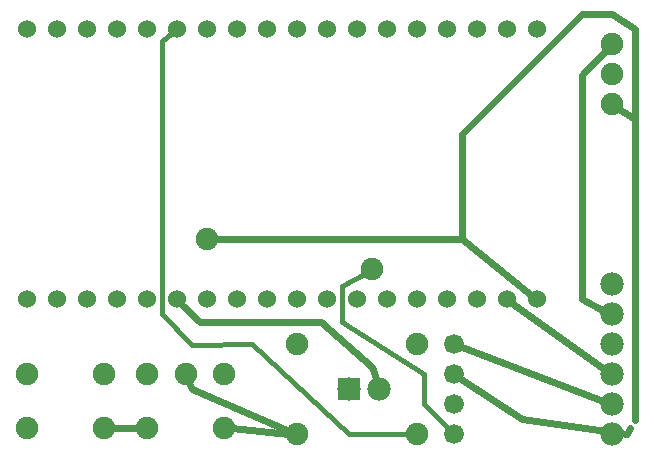
<source format=gbl>
G04 MADE WITH FRITZING*
G04 WWW.FRITZING.ORG*
G04 DOUBLE SIDED*
G04 HOLES PLATED*
G04 CONTOUR ON CENTER OF CONTOUR VECTOR*
%ASAXBY*%
%FSLAX23Y23*%
%MOIN*%
%OFA0B0*%
%SFA1.0B1.0*%
%ADD10C,0.075000*%
%ADD11C,0.078000*%
%ADD12C,0.075433*%
%ADD13C,0.060000*%
%ADD14C,0.066111*%
%ADD15R,0.078000X0.078000*%
%ADD16C,0.024000*%
%ADD17C,0.016000*%
%LNCOPPER0*%
G90*
G70*
G54D10*
X745Y100D03*
X489Y100D03*
X745Y277D03*
X489Y277D03*
X345Y100D03*
X89Y100D03*
X345Y277D03*
X89Y277D03*
X989Y377D03*
X1389Y377D03*
X2039Y1377D03*
X2039Y1277D03*
X2039Y1177D03*
G54D11*
X1164Y227D03*
X1264Y227D03*
X2039Y577D03*
X2039Y477D03*
X2039Y377D03*
X2039Y277D03*
X2039Y177D03*
X2039Y77D03*
G54D12*
X1239Y627D03*
X689Y727D03*
X620Y277D03*
G54D13*
X89Y1427D03*
X189Y1427D03*
X289Y1427D03*
X389Y1427D03*
X489Y1427D03*
X589Y1427D03*
X689Y1427D03*
X789Y1427D03*
X889Y1427D03*
X989Y1427D03*
X1089Y1427D03*
X1189Y1427D03*
X1289Y1427D03*
X1389Y1427D03*
X1489Y1427D03*
X1589Y1427D03*
X1689Y1427D03*
X1789Y1427D03*
X1789Y527D03*
X1689Y527D03*
X1589Y527D03*
X1489Y527D03*
X1389Y527D03*
X1289Y527D03*
X1189Y527D03*
X1089Y527D03*
X989Y527D03*
X889Y527D03*
X789Y527D03*
X689Y527D03*
X589Y527D03*
X489Y527D03*
X389Y527D03*
X289Y527D03*
X189Y527D03*
X89Y527D03*
G54D14*
X1514Y77D03*
X1514Y177D03*
X1514Y377D03*
X1514Y277D03*
G54D10*
X1389Y77D03*
X989Y77D03*
G54D15*
X1164Y227D03*
G54D16*
X2019Y1357D02*
X1938Y1276D01*
D02*
X1938Y1276D02*
X1938Y527D01*
D02*
X1938Y527D02*
X2012Y490D01*
D02*
X1709Y512D02*
X2014Y295D01*
D02*
X607Y509D02*
X665Y452D01*
D02*
X665Y452D02*
X1068Y453D01*
D02*
X1240Y302D02*
X1255Y256D01*
D02*
X1068Y453D02*
X1240Y302D01*
G54D17*
D02*
X1414Y177D02*
X1414Y277D01*
D02*
X1414Y277D02*
X1140Y453D01*
D02*
X1498Y93D02*
X1414Y177D01*
D02*
X1140Y453D02*
X1140Y573D01*
D02*
X1140Y573D02*
X1218Y616D01*
G54D16*
D02*
X1540Y367D02*
X2011Y188D01*
G54D17*
D02*
X573Y1415D02*
X540Y1389D01*
D02*
X540Y1389D02*
X540Y477D01*
X540Y477D02*
X639Y376D01*
D02*
X639Y376D02*
X838Y378D01*
D02*
X838Y378D02*
X1164Y78D01*
D02*
X1164Y78D02*
X1366Y77D01*
G54D16*
D02*
X373Y100D02*
X460Y100D01*
D02*
X960Y80D02*
X773Y97D01*
D02*
X1537Y262D02*
X1738Y129D01*
D02*
X1738Y129D02*
X2089Y77D01*
D02*
X2089Y77D02*
X2101Y100D01*
D02*
X2115Y126D02*
X2115Y1127D01*
D02*
X2115Y1127D02*
X2115Y1428D01*
D02*
X2039Y1478D02*
X1938Y1478D01*
D02*
X2115Y1428D02*
X2039Y1478D01*
D02*
X1540Y1077D02*
X1540Y727D01*
D02*
X1938Y1478D02*
X1540Y1077D01*
D02*
X1540Y727D02*
X718Y727D01*
D02*
X630Y250D02*
X638Y228D01*
D02*
X638Y228D02*
X963Y88D01*
D02*
X1769Y543D02*
X1540Y727D01*
D02*
X2063Y1161D02*
X2115Y1127D01*
G04 End of Copper0*
M02*
</source>
